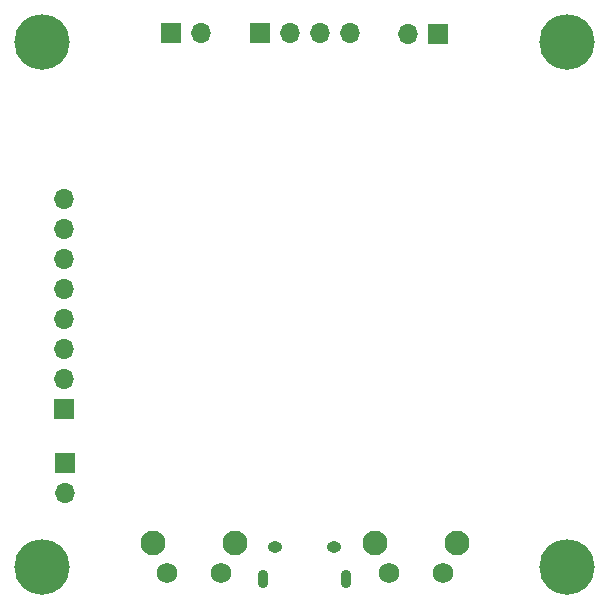
<source format=gbr>
%TF.GenerationSoftware,KiCad,Pcbnew,7.0.9*%
%TF.CreationDate,2023-12-18T09:55:38-05:00*%
%TF.ProjectId,_HW_EPaper,5f48575f-4550-4617-9065-722e6b696361,v1.0*%
%TF.SameCoordinates,Original*%
%TF.FileFunction,Soldermask,Bot*%
%TF.FilePolarity,Negative*%
%FSLAX46Y46*%
G04 Gerber Fmt 4.6, Leading zero omitted, Abs format (unit mm)*
G04 Created by KiCad (PCBNEW 7.0.9) date 2023-12-18 09:55:38*
%MOMM*%
%LPD*%
G01*
G04 APERTURE LIST*
%ADD10C,2.100000*%
%ADD11C,1.750000*%
%ADD12R,1.700000X1.700000*%
%ADD13O,1.700000X1.700000*%
%ADD14C,4.700000*%
%ADD15O,0.890000X1.550000*%
%ADD16O,1.250000X0.950000*%
G04 APERTURE END LIST*
D10*
X120492000Y-159310500D03*
X113482000Y-159310500D03*
D11*
X119242000Y-161800500D03*
X114742000Y-161800500D03*
D12*
X115057000Y-116078000D03*
D13*
X117597000Y-116078000D03*
D12*
X122565000Y-116078000D03*
D13*
X125105000Y-116078000D03*
X127645000Y-116078000D03*
X130185000Y-116078000D03*
D14*
X148590000Y-161290000D03*
D15*
X122865000Y-162336000D03*
D16*
X123865000Y-159636000D03*
X128865000Y-159636000D03*
D15*
X129865000Y-162336000D03*
D12*
X106000000Y-147970000D03*
D13*
X106000000Y-145430000D03*
X106000000Y-142890000D03*
X106000000Y-140350000D03*
X106000000Y-137810000D03*
X106000000Y-135270000D03*
X106000000Y-132730000D03*
X106000000Y-130190000D03*
D10*
X139288000Y-159310500D03*
X132278000Y-159310500D03*
D11*
X138038000Y-161800500D03*
X133538000Y-161800500D03*
D14*
X148590000Y-116840000D03*
D12*
X137673000Y-116205000D03*
D13*
X135133000Y-116205000D03*
D14*
X104140000Y-116840000D03*
D12*
X106045000Y-152522000D03*
D13*
X106045000Y-155062000D03*
D14*
X104140000Y-161290000D03*
M02*

</source>
